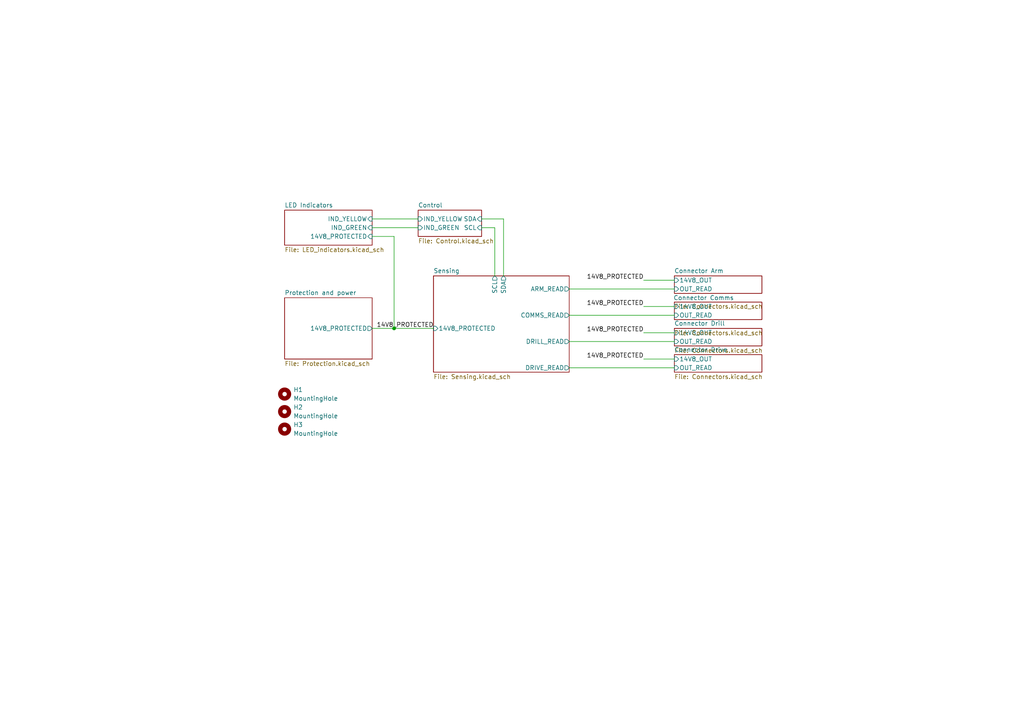
<source format=kicad_sch>
(kicad_sch (version 20250114) (generator "eeschema") (generator_version "9.0")
  (paper "A4")
  (lib_symbols
    (symbol "Mechanical:MountingHole" (pin_names (offset 1.016)) (in_bom no)
      (property "Reference" "H" (at 0 5.08 0))
      (property "Value" "MountingHole" (at 0 3.175 0))
      (symbol "MountingHole_0_1"
        (circle (center 0 0) (radius 1.27) (stroke (width 1.27)))
      )
    )
  )
  (junction (at 114.3 95.25))
  (wire (pts (xy 186.69 81.28) (xy 195.58 81.28)))
  (wire (pts (xy 146.05 63.5) (xy 146.05 80.01)))
  (wire (pts (xy 114.3 95.25) (xy 125.73 95.25)))
  (wire (pts (xy 165.1 91.44) (xy 195.58 91.44)))
  (wire (pts (xy 107.95 66.04) (xy 121.285 66.04)))
  (wire (pts (xy 114.3 68.58) (xy 114.3 95.25)))
  (wire (pts (xy 165.1 106.68) (xy 195.58 106.68)))
  (wire (pts (xy 165.1 99.06) (xy 195.58 99.06)))
  (wire (pts (xy 186.69 104.14) (xy 195.58 104.14)))
  (wire (pts (xy 165.1 83.82) (xy 195.58 83.82)))
  (wire (pts (xy 186.69 88.9) (xy 195.58 88.9)))
  (wire (pts (xy 107.95 63.5) (xy 121.285 63.5)))
  (wire (pts (xy 107.95 68.58) (xy 114.3 68.58)))
  (wire (pts (xy 139.7 66.04) (xy 143.51 66.04)))
  (wire (pts (xy 186.69 96.52) (xy 195.58 96.52)))
  (wire (pts (xy 107.95 95.25) (xy 114.3 95.25)))
  (wire (pts (xy 143.51 66.04) (xy 143.51 80.01)))
  (wire (pts (xy 139.7 63.5) (xy 146.05 63.5)))
  (label "14V8_PROTECTED" (at 186.69 88.9 180))
  (label "14V8_PROTECTED" (at 186.69 81.28 180))
  (label "14V8_PROTECTED" (at 109.22 95.25 0))
  (label "14V8_PROTECTED" (at 186.69 96.52 180))
  (label "14V8_PROTECTED" (at 186.69 104.14 180))
  (symbol (lib_id "Mechanical:MountingHole") (at 82.55 124.46 0) (unit 1) (in_bom no)
    (property "Reference" "H3" (at 85.09 123.1899 0) (effects (justify left)))
    (property "Value" "MountingHole" (at 85.09 125.7299 0) (effects (justify left)))
    (property "Footprint" "MountingHole:MountingHole_2.5mm" (effects (hide yes)))
    (property "Description" "Mounting Hole without connection" (effects (hide yes)))
  )
  (symbol (lib_id "Mechanical:MountingHole") (at 82.55 119.38 0) (unit 1) (in_bom no)
    (property "Reference" "H2" (at 85.09 118.1099 0) (effects (justify left)))
    (property "Value" "MountingHole" (at 85.09 120.6499 0) (effects (justify left)))
    (property "Footprint" "MountingHole:MountingHole_2.5mm" (effects (hide yes)))
    (property "Description" "Mounting Hole without connection" (effects (hide yes)))
  )
  (symbol (lib_id "Mechanical:MountingHole") (at 82.55 114.3 0) (unit 1) (in_bom no)
    (property "Reference" "H1" (at 85.09 113.0299 0) (effects (justify left)))
    (property "Value" "MountingHole" (at 85.09 115.5699 0) (effects (justify left)))
    (property "Footprint" "MountingHole:MountingHole_2.5mm" (effects (hide yes)))
    (property "Description" "Mounting Hole without connection" (effects (hide yes)))
  )
  (sheet (at 195.58 87.63) (size 25.4 5.08) (stroke (width 0.1524))
    (property "Sheetname" "Connector Comms" (at 195.326 87.122 0) (effects (justify left bottom)))
    (property "Sheetfile" "Connectors.kicad_sch" (at 195.58 95.8346 0) (effects (justify left top)))
    (pin "14V8_OUT" input (at 195.58 88.9 180))
    (pin "OUT_READ" input (at 195.58 91.44 180))
  )
  (sheet (at 121.285 60.96) (size 18.415 7.62) (stroke (width 0.1524))
    (property "Sheetname" "Control" (at 121.285 60.2484 0) (effects (justify left bottom)))
    (property "Sheetfile" "Control.kicad_sch" (at 121.285 69.1646 0) (effects (justify left top)))
    (pin "SCL" input (at 139.7 66.04 0))
    (pin "SDA" input (at 139.7 63.5 0))
    (pin "IND_GREEN" input (at 121.285 66.04 180))
    (pin "IND_YELLOW" input (at 121.285 63.5 180))
  )
  (sheet (at 125.73 80.01) (size 39.37 27.94) (stroke (width 0.1524))
    (property "Sheetname" "Sensing" (at 125.73 79.2984 0) (effects (justify left bottom)))
    (property "Sheetfile" "Sensing.kicad_sch" (at 125.73 108.5346 0) (effects (justify left top)))
    (pin "14V8_PROTECTED" input (at 125.73 95.25 180))
    (pin "SCL" output (at 143.51 80.01 90))
    (pin "SDA" output (at 146.05 80.01 90))
    (pin "ARM_READ" output (at 165.1 83.82 0))
    (pin "COMMS_READ" output (at 165.1 91.44 0))
    (pin "DRILL_READ" output (at 165.1 99.06 0))
    (pin "DRIVE_READ" output (at 165.1 106.68 0))
  )
  (sheet (at 195.58 80.01) (size 25.4 5.08) (stroke (width 0.1524))
    (property "Sheetname" "Connector Arm" (at 195.58 79.2984 0) (effects (justify left bottom)))
    (property "Sheetfile" "Connectors.kicad_sch" (at 195.58 88.138 0) (effects (justify left top)))
    (pin "14V8_OUT" input (at 195.58 81.28 180))
    (pin "OUT_READ" input (at 195.58 83.82 180))
  )
  (sheet (at 195.58 102.87) (size 25.4 5.08) (stroke (width 0.1524))
    (property "Sheetname" "Connector Drive" (at 195.58 102.1584 0) (effects (justify left bottom)))
    (property "Sheetfile" "Connectors.kicad_sch" (at 195.58 108.5346 0) (effects (justify left top)))
    (pin "14V8_OUT" input (at 195.58 104.14 180))
    (pin "OUT_READ" input (at 195.58 106.68 180))
  )
  (sheet (at 195.58 95.25) (size 25.4 5.08) (stroke (width 0.1524))
    (property "Sheetname" "Connector Drill" (at 195.58 94.5384 0) (effects (justify left bottom)))
    (property "Sheetfile" "Connectors.kicad_sch" (at 195.58 100.9146 0) (effects (justify left top)))
    (pin "14V8_OUT" input (at 195.58 96.52 180))
    (pin "OUT_READ" input (at 195.58 99.06 180))
  )
  (sheet (at 82.55 86.36) (size 25.4 17.78) (stroke (width 0.1524))
    (property "Sheetname" "Protection and power" (at 82.55 85.6484 0) (effects (justify left bottom)))
    (property "Sheetfile" "Protection.kicad_sch" (at 82.55 104.7246 0) (effects (justify left top)))
    (pin "14V8_PROTECTED" output (at 107.95 95.25 0))
  )
  (sheet (at 82.55 60.96) (size 25.4 10.16) (stroke (width 0.1524))
    (property "Sheetname" "LED Indicators" (at 82.55 60.2484 0) (effects (justify left bottom)))
    (property "Sheetfile" "LED_indicators.kicad_sch" (at 82.55 71.7046 0) (effects (justify left top)))
    (pin "14V8_PROTECTED" input (at 107.95 68.58 0))
    (pin "IND_GREEN" input (at 107.95 66.04 0))
    (pin "IND_YELLOW" input (at 107.95 63.5 0))
  )
)
</source>
